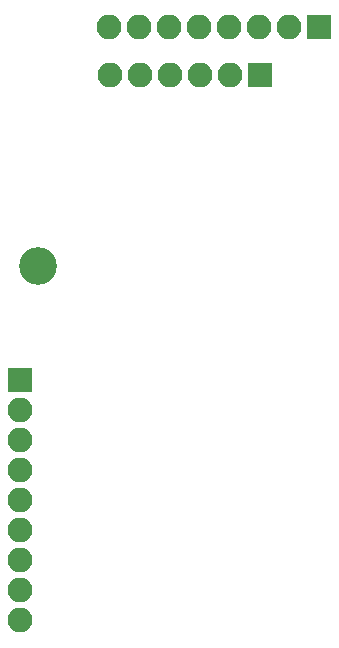
<source format=gbr>
G04 #@! TF.GenerationSoftware,KiCad,Pcbnew,no-vcs-found*
G04 #@! TF.CreationDate,2018-07-23T22:56:23+02:00*
G04 #@! TF.ProjectId,mycelium_pcb_micro,6D7963656C69756D5F7063625F6D6963,rev?*
G04 #@! TF.SameCoordinates,Original
G04 #@! TF.FileFunction,Soldermask,Bot*
G04 #@! TF.FilePolarity,Negative*
%FSLAX46Y46*%
G04 Gerber Fmt 4.6, Leading zero omitted, Abs format (unit mm)*
G04 Created by KiCad (PCBNEW no-vcs-found) date Mon Jul 23 22:56:23 2018*
%MOMM*%
%LPD*%
G01*
G04 APERTURE LIST*
%ADD10O,2.100000X2.100000*%
%ADD11R,2.100000X2.100000*%
%ADD12C,3.200000*%
G04 APERTURE END LIST*
D10*
X145707100Y-89789000D03*
X145707100Y-87249000D03*
X145707100Y-84709000D03*
X145707100Y-82169000D03*
X145707100Y-79629000D03*
X145707100Y-77089000D03*
X145707100Y-74549000D03*
D11*
X145707100Y-72009000D03*
D10*
X145707100Y-92329000D03*
D12*
X147193000Y-62306200D03*
D11*
X165976300Y-46139100D03*
D10*
X163436300Y-46139100D03*
X160896300Y-46139100D03*
X158356300Y-46139100D03*
X155816300Y-46139100D03*
X153276300Y-46139100D03*
D11*
X170954700Y-42138600D03*
D10*
X168414700Y-42138600D03*
X165874700Y-42138600D03*
X163334700Y-42138600D03*
X160794700Y-42138600D03*
X158254700Y-42138600D03*
X155714700Y-42138600D03*
X153174700Y-42138600D03*
M02*

</source>
